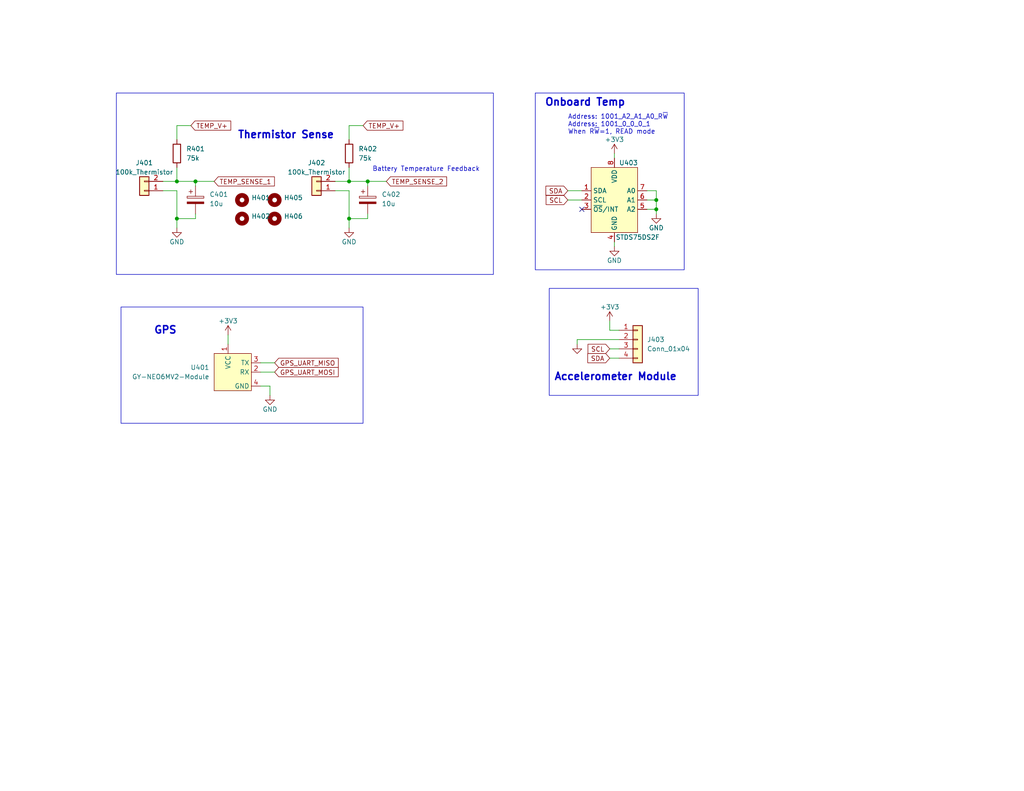
<source format=kicad_sch>
(kicad_sch (version 20230121) (generator eeschema)
  (paper "USLetter")
  (title_block (date "2024-01-01") (rev "Rev1"))
  (lib_symbols
    (symbol "00_This_Project_Symbol_Lib:GY-NEO6MV2-Module"
      (property "Reference" "U" (at 0 -11.43 0))
      (property "Value" "GY-NEO6MV2-Module" (at 0 -8.89 0))
      (symbol "GY-NEO6MV2-Module_1_1"
        (rectangle (start -5.08 2.54) (end 5.08 -7.62) (fill (type background)))
        (pin power_in line (at -1.27 5.08 270) (length 2.54) (name "VCC") (number "1"))
        (pin input line (at 7.62 -2.54 180) (length 2.54) (name "RX") (number "2"))
        (pin output line (at 7.62 0 180) (length 2.54) (name "TX") (number "3"))
        (pin power_in line (at 7.62 -6.35 180) (length 2.54) (name "GND") (number "4"))
      )
    )
    (symbol "00_This_Project_Symbol_Lib:STDS75DS2F"
      (property "Reference" "U" (at 2.54 10.16 0))
      (property "Value" "STDS75DS2F" (at -8.89 10.16 0))
      (symbol "STDS75DS2F_1_1"
        (rectangle (start -6.35 8.89) (end 6.35 -8.89) (fill (type background)))
        (pin bidirectional line (at -8.89 2.54 0) (length 2.54) (name "SDA") (number "1"))
        (pin input line (at -8.89 0 0) (length 2.54) (name "SCL") (number "2"))
        (pin output line (at -8.89 -2.54 0) (length 2.54) (name "~{OS}/INT") (number "3"))
        (pin power_in line (at 0 -11.43 90) (length 2.54) (name "GND") (number "4"))
        (pin input line (at 8.89 -2.54 180) (length 2.54) (name "A2") (number "5"))
        (pin input line (at 8.89 0 180) (length 2.54) (name "A1") (number "6"))
        (pin input line (at 8.89 2.54 180) (length 2.54) (name "A0") (number "7"))
        (pin power_in line (at 0 11.43 270) (length 2.54) (name "VDD") (number "8"))
      )
    )
    (symbol "Connector_Generic:Conn_01x02" (pin_names (offset 1.016) hide)
      (property "Reference" "J" (at 0 2.54 0))
      (property "Value" "Conn_01x02" (at 0 -5.08 0))
      (symbol "Conn_01x02_1_1"
        (rectangle (start -1.27 -2.413) (end 0 -2.667) (stroke (width 0.1524)))
        (rectangle (start -1.27 0.127) (end 0 -0.127) (stroke (width 0.1524)))
        (rectangle (start -1.27 1.27) (end 1.27 -3.81) (stroke (width 0.254)) (fill (type background)))
        (pin passive line (at -5.08 0 0) (length 3.81) (name "Pin_1") (number "1"))
        (pin passive line (at -5.08 -2.54 0) (length 3.81) (name "Pin_2") (number "2"))
      )
    )
    (symbol "Connector_Generic:Conn_01x04" (pin_names (offset 1.016) hide)
      (property "Reference" "J" (at 0 5.08 0))
      (property "Value" "Conn_01x04" (at 0 -7.62 0))
      (symbol "Conn_01x04_1_1"
        (rectangle (start -1.27 -4.953) (end 0 -5.207) (stroke (width 0.1524)))
        (rectangle (start -1.27 -2.413) (end 0 -2.667) (stroke (width 0.1524)))
        (rectangle (start -1.27 0.127) (end 0 -0.127) (stroke (width 0.1524)))
        (rectangle (start -1.27 2.667) (end 0 2.413) (stroke (width 0.1524)))
        (rectangle (start -1.27 3.81) (end 1.27 -6.35) (stroke (width 0.254)) (fill (type background)))
        (pin passive line (at -5.08 2.54 0) (length 3.81) (name "Pin_1") (number "1"))
        (pin passive line (at -5.08 0 0) (length 3.81) (name "Pin_2") (number "2"))
        (pin passive line (at -5.08 -2.54 0) (length 3.81) (name "Pin_3") (number "3"))
        (pin passive line (at -5.08 -5.08 0) (length 3.81) (name "Pin_4") (number "4"))
      )
    )
    (symbol "Device:C_Polarized" (pin_numbers hide) (pin_names (offset 0.254))
      (property "Reference" "C" (at 0.635 2.54 0))
      (property "Value" "C_Polarized" (at 0.635 -2.54 0))
      (symbol "C_Polarized_0_1"
        (rectangle (start -2.286 0.508) (end 2.286 1.016))
        (polyline (pts (xy -1.778 2.286) (xy -0.762 2.286)))
        (polyline (pts (xy -1.27 2.794) (xy -1.27 1.778)))
        (rectangle (start 2.286 -0.508) (end -2.286 -1.016) (fill (type outline)))
      )
      (symbol "C_Polarized_1_1"
        (pin passive line (at 0 3.81 270) (length 2.794) (name "~") (number "1"))
        (pin passive line (at 0 -3.81 90) (length 2.794) (name "~") (number "2"))
      )
    )
    (symbol "Device:R" (pin_numbers hide) (pin_names (offset 0))
      (property "Reference" "R" (at 2.032 0 90))
      (property "Value" "R" (at 0 0 90))
      (symbol "R_0_1"
        (rectangle (start -1.016 -2.54) (end 1.016 2.54) (stroke (width 0.254)))
      )
      (symbol "R_1_1"
        (pin passive line (at 0 3.81 270) (length 1.27) (name "~") (number "1"))
        (pin passive line (at 0 -3.81 90) (length 1.27) (name "~") (number "2"))
      )
    )
    (symbol "Mechanical:MountingHole" (pin_names (offset 1.016))
      (property "Reference" "H" (at 0 5.08 0))
      (property "Value" "MountingHole" (at 0 3.175 0))
      (symbol "MountingHole_0_1"
        (circle (center 0 0) (radius 1.27) (stroke (width 1.27)))
      )
    )
    (symbol "power:+3V3" (power) (pin_names (offset 0))
      (property "Value" "+3V3" (at 0 3.556 0))
      (symbol "+3V3_0_1"
        (polyline (pts (xy -0.762 1.27) (xy 0 2.54)))
        (polyline (pts (xy 0 0) (xy 0 2.54)))
        (polyline (pts (xy 0 2.54) (xy 0.762 1.27)))
      )
      (symbol "+3V3_1_1"
        (pin power_in line (at 0 0 90) (length 0) hide (name "+3V3") (number "1"))
      )
    )
    (symbol "power:GND" (power) (pin_names (offset 0))
      (property "Value" "GND" (at 0 -3.81 0))
      (symbol "GND_0_1"
        (polyline (pts (xy 0 0) (xy 0 -1.27) (xy 1.27 -1.27) (xy 0 -2.54) (xy -1.27 -1.27) (xy 0 -1.27)))
      )
      (symbol "GND_1_1"
        (pin power_in line (at 0 0 270) (length 0) hide (name "GND") (number "1"))
      )
    )
  )
  (junction (at 95.25 49.53))
  (junction (at 48.26 59.69))
  (junction (at 53.34 49.53))
  (junction (at 48.26 49.53))
  (junction (at 179.07 57.15))
  (junction (at 95.25 59.69))
  (junction (at 179.07 54.61))
  (junction (at 100.33 49.53))
  (no_connect (at 158.75 57.15))
  (wire (pts (xy 100.33 58.42) (xy 100.33 59.69)))
  (wire (pts (xy 91.44 49.53) (xy 95.25 49.53)))
  (wire (pts (xy 179.07 57.15) (xy 176.53 57.15)))
  (wire (pts (xy 166.37 87.63) (xy 166.37 90.17)))
  (wire (pts (xy 71.12 99.06) (xy 74.93 99.06)))
  (wire (pts (xy 176.53 54.61) (xy 179.07 54.61)))
  (wire (pts (xy 95.25 52.07) (xy 91.44 52.07)))
  (wire (pts (xy 166.37 90.17) (xy 168.91 90.17)))
  (wire (pts (xy 95.25 34.29) (xy 95.25 38.1)))
  (wire (pts (xy 95.25 62.23) (xy 95.25 59.69)))
  (wire (pts (xy 48.26 49.53) (xy 53.34 49.53)))
  (wire (pts (xy 48.26 59.69) (xy 48.26 52.07)))
  (wire (pts (xy 48.26 52.07) (xy 44.45 52.07)))
  (wire (pts (xy 44.45 49.53) (xy 48.26 49.53)))
  (wire (pts (xy 100.33 59.69) (xy 95.25 59.69)))
  (wire (pts (xy 166.37 95.25) (xy 168.91 95.25)))
  (wire (pts (xy 71.12 101.6) (xy 74.93 101.6)))
  (wire (pts (xy 166.37 97.79) (xy 168.91 97.79)))
  (wire (pts (xy 95.25 45.72) (xy 95.25 49.53)))
  (wire (pts (xy 157.48 92.71) (xy 168.91 92.71)))
  (wire (pts (xy 48.26 34.29) (xy 48.26 38.1)))
  (wire (pts (xy 53.34 49.53) (xy 53.34 50.8)))
  (wire (pts (xy 179.07 58.42) (xy 179.07 57.15)))
  (wire (pts (xy 154.94 54.61) (xy 158.75 54.61)))
  (wire (pts (xy 179.07 52.07) (xy 179.07 54.61)))
  (wire (pts (xy 167.64 41.91) (xy 167.64 43.18)))
  (wire (pts (xy 48.26 62.23) (xy 48.26 59.69)))
  (wire (pts (xy 95.25 59.69) (xy 95.25 52.07)))
  (wire (pts (xy 99.06 34.29) (xy 95.25 34.29)))
  (wire (pts (xy 53.34 58.42) (xy 53.34 59.69)))
  (wire (pts (xy 53.34 59.69) (xy 48.26 59.69)))
  (wire (pts (xy 100.33 49.53) (xy 105.41 49.53)))
  (wire (pts (xy 73.66 107.95) (xy 73.66 105.41)))
  (wire (pts (xy 48.26 45.72) (xy 48.26 49.53)))
  (wire (pts (xy 154.94 52.07) (xy 158.75 52.07)))
  (wire (pts (xy 176.53 52.07) (xy 179.07 52.07)))
  (wire (pts (xy 62.23 91.44) (xy 62.23 93.98)))
  (wire (pts (xy 52.07 34.29) (xy 48.26 34.29)))
  (wire (pts (xy 167.64 66.04) (xy 167.64 67.31)))
  (wire (pts (xy 95.25 49.53) (xy 100.33 49.53)))
  (wire (pts (xy 100.33 49.53) (xy 100.33 50.8)))
  (wire (pts (xy 53.34 49.53) (xy 58.42 49.53)))
  (wire (pts (xy 179.07 54.61) (xy 179.07 57.15)))
  (wire (pts (xy 157.48 93.98) (xy 157.48 92.71)))
  (wire (pts (xy 73.66 105.41) (xy 71.12 105.41)))
  (rectangle (start 33.02 83.82) (end 99.06 115.57))
  (rectangle (start 146.05 25.4) (end 186.69 73.66))
  (rectangle (start 31.75 25.4) (end 134.62 74.93))
  (rectangle (start 149.86 78.74) (end 190.5 107.95))
  (text "Accelerometer Module" (at 151.13 104.14 0) (effects (font (size 2 2) (thickness 0.4) bold) (justify left bottom)))
  (text "Onboard Temp" (at 148.59 29.21 0) (effects (font (size 2 2) (thickness 0.4) bold) (justify left bottom)))
  (text "Address: 1001_A2_A1_A0_R~{W}\nAddress: 1001_0_0_0_1\nWhen R~{W}=1, READ mode" (at 154.94 36.83 0) (effects (font (size 1.27 1.27)) (justify left bottom)))
  (text "GPS" (at 41.91 91.44 0) (effects (font (size 2 2) (thickness 0.4) bold) (justify left bottom)))
  (text "Thermistor Sense" (at 64.77 38.1 0) (effects (font (size 2 2) (thickness 0.4) bold) (justify left bottom)))
  (text "Battery Temperature Feedback" (at 101.6 46.99 0) (effects (font (size 1.27 1.27)) (justify left bottom)))
  (global_label "TEMP_V+" (shape input) (at 52.07 34.29 0) (property "Intersheetrefs" "${INTERSHEET_REFS}" (effects hide)))
  (global_label "SCL" (shape input) (at 154.94 54.61 180) (property "Intersheetrefs" "${INTERSHEET_REFS}" (effects hide)))
  (global_label "SCL" (shape input) (at 166.37 95.25 180) (property "Intersheetrefs" "${INTERSHEET_REFS}" (effects hide)))
  (global_label "GPS_UART_MOSI" (shape input) (at 74.93 101.6 0) (property "Intersheetrefs" "${INTERSHEET_REFS}" (effects hide)))
  (global_label "TEMP_V+" (shape input) (at 99.06 34.29 0) (property "Intersheetrefs" "${INTERSHEET_REFS}" (effects hide)))
  (global_label "SDA" (shape input) (at 154.94 52.07 180) (property "Intersheetrefs" "${INTERSHEET_REFS}" (effects hide)))
  (global_label "TEMP_SENSE_2" (shape input) (at 105.41 49.53 0) (property "Intersheetrefs" "${INTERSHEET_REFS}" (effects hide)))
  (global_label "GPS_UART_MISO" (shape input) (at 74.93 99.06 0) (property "Intersheetrefs" "${INTERSHEET_REFS}" (effects hide)))
  (global_label "SDA" (shape input) (at 166.37 97.79 180) (property "Intersheetrefs" "${INTERSHEET_REFS}" (effects hide)))
  (global_label "TEMP_SENSE_1" (shape input) (at 58.42 49.53 0) (property "Intersheetrefs" "${INTERSHEET_REFS}" (effects hide)))
  (symbol (lib_id "power:GND") (at 157.48 93.98 0) (unit 1)
    (property "Reference" "#PWR0406" (effects hide))
    (property "Value" "GND" (effects hide))
    (instances (project "Tbogg_Sensor_Pkg_PCB" (path "" (reference "#PWR0406") (unit 1))) (project "RFM95-Multi-PCB" (path "" (reference "#PWR04") (unit 1))) (project "Project-Supernova-PCB" (path "" (reference "#PWR020") (unit 1)) (path "" (reference "#PWR0404") (unit 1))))
  )
  (symbol (lib_id "Mechanical:MountingHole") (at 66.04 59.69 0) (unit 1)
    (property "Reference" "H402" (at 68.58 59.055 0) (effects (justify left)))
    (property "Value" "MountingHole" (effects hide))
    (property "Footprint" "MountingHole:MountingHole_2mm" (effects hide))
    (instances (project "Tbogg_Sensor_Pkg_PCB" (path "" (reference "H402") (unit 1))) (project "Project-Supernova-PCB" (path "" (reference "H6") (unit 1)) (path "" (reference "H402") (unit 1))))
  )
  (symbol (lib_id "power:GND") (at 73.66 107.95 0) (unit 1)
    (property "Reference" "#PWR0403" (effects hide))
    (property "Value" "GND" (at 73.66 111.76 0))
    (instances (project "Tbogg_Sensor_Pkg_PCB" (path "" (reference "#PWR0403") (unit 1))) (project "Project-Supernova-PCB" (path "" (reference "#PWR010") (unit 1)) (path "" (reference "#PWR0410") (unit 1))))
  )
  (symbol (lib_id "00_This_Project_Symbol_Lib:GY-NEO6MV2-Module") (at 63.5 99.06 0) (unit 1)
    (property "Reference" "U401" (at 57.15 100.33 0) (effects (justify right)))
    (property "Value" "GY-NEO6MV2-Module" (at 57.15 102.87 0) (effects (justify right)))
    (property "Footprint" "00 This Project Symbol Lib:GY-NEO6MV2-Module" (effects hide))
    (instances (project "Tbogg_Sensor_Pkg_PCB" (path "" (reference "U401") (unit 1))) (project "Project-Supernova-PCB" (path "" (reference "U1") (unit 1)) (path "" (reference "U402") (unit 1))))
  )
  (symbol (lib_id "00_This_Project_Symbol_Lib:STDS75DS2F") (at 167.64 54.61 0) (unit 1)
    (property "Reference" "U403" (at 168.91 44.45 0) (effects (justify left)))
    (property "Value" "STDS75DS2F" (at 173.99 64.77 0))
    (property "Footprint" "Package_SO:MSOP-8_3x3mm_P0.65mm" (effects hide))
    (property "Datasheet" "https://datasheet.lcsc.com/lcsc/1810231426_STMicroelectronics-STDS75DS2F_C283289.pdf" (effects hide))
    (property "LCSC" "C283289" (effects hide))
    (instances (project "Tbogg_Sensor_Pkg_PCB" (path "" (reference "U403") (unit 1))) (project "Project-Supernova-PCB" (path "" (reference "U4") (unit 1)) (path "" (reference "U401") (unit 1))))
  )
  (symbol (lib_id "Device:R") (at 48.26 41.91 0) (unit 1)
    (property "Reference" "R401" (at 50.8 40.64 0) (effects (justify left)))
    (property "Value" "75k" (at 50.8 43.18 0) (effects (justify left)))
    (property "Footprint" "Resistor_SMD:R_1206_3216Metric_Pad1.30x1.75mm_HandSolder" (effects hide))
    (instances (project "Tbogg_Sensor_Pkg_PCB" (path "" (reference "R401") (unit 1))) (project "RFM95-Multi-PCB" (path "" (reference "R2") (unit 1))) (project "Project-Supernova-PCB" (path "" (reference "R2") (unit 1)) (path "" (reference "R401") (unit 1))))
  )
  (symbol (lib_id "power:GND") (at 48.26 62.23 0) (unit 1)
    (property "Reference" "#PWR0401" (effects hide))
    (property "Value" "GND" (at 48.26 66.04 0))
    (instances (project "Tbogg_Sensor_Pkg_PCB" (path "" (reference "#PWR0401") (unit 1))) (project "RFM95-Multi-PCB" (path "" (reference "#PWR04") (unit 1))) (project "Project-Supernova-PCB" (path "" (reference "#PWR024") (unit 1)) (path "" (reference "#PWR0401") (unit 1))))
  )
  (symbol (lib_id "Device:R") (at 95.25 41.91 0) (unit 1)
    (property "Reference" "R402" (at 97.79 40.64 0) (effects (justify left)))
    (property "Value" "75k" (at 97.79 43.18 0) (effects (justify left)))
    (property "Footprint" "Resistor_SMD:R_1206_3216Metric_Pad1.30x1.75mm_HandSolder" (effects hide))
    (instances (project "Tbogg_Sensor_Pkg_PCB" (path "" (reference "R402") (unit 1))) (project "RFM95-Multi-PCB" (path "" (reference "R3") (unit 1))) (project "Project-Supernova-PCB" (path "" (reference "R3") (unit 1)) (path "" (reference "R402") (unit 1))))
  )
  (symbol (lib_id "power:GND") (at 95.25 62.23 0) (unit 1)
    (property "Reference" "#PWR0404" (effects hide))
    (property "Value" "GND" (at 95.25 66.04 0))
    (instances (project "Tbogg_Sensor_Pkg_PCB" (path "" (reference "#PWR0404") (unit 1))) (project "RFM95-Multi-PCB" (path "" (reference "#PWR05") (unit 1))) (project "Project-Supernova-PCB" (path "" (reference "#PWR031") (unit 1)) (path "" (reference "#PWR0402") (unit 1))))
  )
  (symbol (lib_id "Mechanical:MountingHole") (at 74.93 54.61 0) (unit 1)
    (property "Reference" "H405" (at 77.47 53.975 0) (effects (justify left)))
    (property "Value" "MountingHole" (effects hide))
    (property "Footprint" "MountingHole:MountingHole_2mm" (effects hide))
    (instances (project "Tbogg_Sensor_Pkg_PCB" (path "" (reference "H405") (unit 1))) (project "Project-Supernova-PCB" (path "" (reference "H9") (unit 1)) (path "" (reference "H405") (unit 1))))
  )
  (symbol (lib_id "Device:C_Polarized") (at 53.34 54.61 0) (unit 1)
    (property "Reference" "C401" (at 57.15 53.086 0) (effects (justify left)))
    (property "Value" "10u" (at 57.15 55.626 0) (effects (justify left)))
    (property "Footprint" "Capacitor_SMD:C_1206_3216Metric_Pad1.33x1.80mm_HandSolder" (effects hide))
    (instances (project "Tbogg_Sensor_Pkg_PCB" (path "" (reference "C401") (unit 1))) (project "RFM95-Multi-PCB" (path "" (reference "C1") (unit 1))) (project "Project-Supernova-PCB" (path "" (reference "C6") (unit 1)) (path "" (reference "C401") (unit 1))))
  )
  (symbol (lib_id "power:+3V3") (at 62.23 91.44 0) (unit 1)
    (property "Reference" "#PWR0402" (effects hide))
    (property "Value" "+3V3" (at 62.23 87.63 0))
    (instances (project "Tbogg_Sensor_Pkg_PCB" (path "" (reference "#PWR0402") (unit 1))) (project "Project-Supernova-PCB" (path "" (reference "#PWR06") (unit 1)) (path "" (reference "#PWR0409") (unit 1))))
  )
  (symbol (lib_id "Connector_Generic:Conn_01x02") (at 39.37 52.07 180) (unit 1)
    (property "Reference" "J401" (at 39.37 44.45 0))
    (property "Value" "100k_Thermistor" (at 39.37 46.99 0))
    (property "Footprint" "Connector_PinHeader_2.54mm:PinHeader_1x02_P2.54mm_Vertical" (effects hide))
    (instances (project "Tbogg_Sensor_Pkg_PCB" (path "" (reference "J401") (unit 1))) (project "RFM95-Multi-PCB" (path "" (reference "J6") (unit 1))) (project "Project-Supernova-PCB" (path "" (reference "J5") (unit 1)) (path "" (reference "J401") (unit 1))))
  )
  (symbol (lib_id "Mechanical:MountingHole") (at 66.04 54.61 0) (unit 1)
    (property "Reference" "H401" (at 68.58 53.975 0) (effects (justify left)))
    (property "Value" "MountingHole" (effects hide))
    (property "Footprint" "MountingHole:MountingHole_2mm" (effects hide))
    (instances (project "Tbogg_Sensor_Pkg_PCB" (path "" (reference "H401") (unit 1))) (project "Project-Supernova-PCB" (path "" (reference "H5") (unit 1)) (path "" (reference "H401") (unit 1))))
  )
  (symbol (lib_id "power:GND") (at 167.64 67.31 0) (unit 1)
    (property "Reference" "#PWR0408" (effects hide))
    (property "Value" "GND" (at 167.64 71.12 0))
    (instances (project "Tbogg_Sensor_Pkg_PCB" (path "" (reference "#PWR0408") (unit 1))) (project "RFM95-Multi-PCB" (path "" (reference "#PWR04") (unit 1))) (project "Project-Supernova-PCB" (path "" (reference "#PWR020") (unit 1)) (path "" (reference "#PWR0404") (unit 1))))
  )
  (symbol (lib_id "power:GND") (at 179.07 58.42 0) (unit 1)
    (property "Reference" "#PWR0409" (effects hide))
    (property "Value" "GND" (at 179.07 62.23 0))
    (instances (project "Tbogg_Sensor_Pkg_PCB" (path "" (reference "#PWR0409") (unit 1))) (project "RFM95-Multi-PCB" (path "" (reference "#PWR04") (unit 1))) (project "Project-Supernova-PCB" (path "" (reference "#PWR019") (unit 1)) (path "" (reference "#PWR0405") (unit 1))))
  )
  (symbol (lib_id "power:+3V3") (at 166.37 87.63 0) (unit 1)
    (property "Reference" "#PWR0405" (effects hide))
    (property "Value" "+3V3" (at 166.37 83.82 0))
    (instances (project "Tbogg_Sensor_Pkg_PCB" (path "" (reference "#PWR0405") (unit 1))) (project "Project-Supernova-PCB" (path "" (reference "#PWR046") (unit 1)) (path "" (reference "#PWR0403") (unit 1))))
  )
  (symbol (lib_id "Device:C_Polarized") (at 100.33 54.61 0) (unit 1)
    (property "Reference" "C402" (at 104.14 53.086 0) (effects (justify left)))
    (property "Value" "10u" (at 104.14 55.626 0) (effects (justify left)))
    (property "Footprint" "Capacitor_SMD:C_1206_3216Metric_Pad1.33x1.80mm_HandSolder" (effects hide))
    (instances (project "Tbogg_Sensor_Pkg_PCB" (path "" (reference "C402") (unit 1))) (project "RFM95-Multi-PCB" (path "" (reference "C2") (unit 1))) (project "Project-Supernova-PCB" (path "" (reference "C7") (unit 1)) (path "" (reference "C402") (unit 1))))
  )
  (symbol (lib_id "Mechanical:MountingHole") (at 74.93 59.69 0) (unit 1)
    (property "Reference" "H406" (at 77.47 59.055 0) (effects (justify left)))
    (property "Value" "MountingHole" (effects hide))
    (property "Footprint" "MountingHole:MountingHole_2mm" (effects hide))
    (instances (project "Tbogg_Sensor_Pkg_PCB" (path "" (reference "H406") (unit 1))) (project "Project-Supernova-PCB" (path "" (reference "H10") (unit 1)) (path "" (reference "H406") (unit 1))))
  )
  (symbol (lib_id "Connector_Generic:Conn_01x04") (at 173.99 92.71 0) (unit 1)
    (property "Reference" "J403" (at 176.53 92.71 0) (effects (justify left)))
    (property "Value" "Conn_01x04" (at 176.53 95.25 0) (effects (justify left)))
    (property "Footprint" "Connector_PinHeader_2.54mm:PinHeader_1x04_P2.54mm_Vertical" (effects hide))
  )
  (symbol (lib_id "power:+3V3") (at 167.64 41.91 0) (unit 1)
    (property "Reference" "#PWR0407" (effects hide))
    (property "Value" "+3V3" (at 167.64 38.1 0))
    (instances (project "Tbogg_Sensor_Pkg_PCB" (path "" (reference "#PWR0407") (unit 1))) (project "Project-Supernova-PCB" (path "" (reference "#PWR046") (unit 1)) (path "" (reference "#PWR0403") (unit 1))))
  )
  (symbol (lib_id "Connector_Generic:Conn_01x02") (at 86.36 52.07 180) (unit 1)
    (property "Reference" "J402" (at 86.36 44.45 0))
    (property "Value" "100k_Thermistor" (at 86.36 46.99 0))
    (property "Footprint" "Connector_PinHeader_2.54mm:PinHeader_1x02_P2.54mm_Vertical" (effects hide))
    (instances (project "Tbogg_Sensor_Pkg_PCB" (path "" (reference "J402") (unit 1))) (project "RFM95-Multi-PCB" (path "" (reference "J7") (unit 1))) (project "Project-Supernova-PCB" (path "" (reference "J8") (unit 1)) (path "" (reference "J402") (unit 1))))
  )
)
</source>
